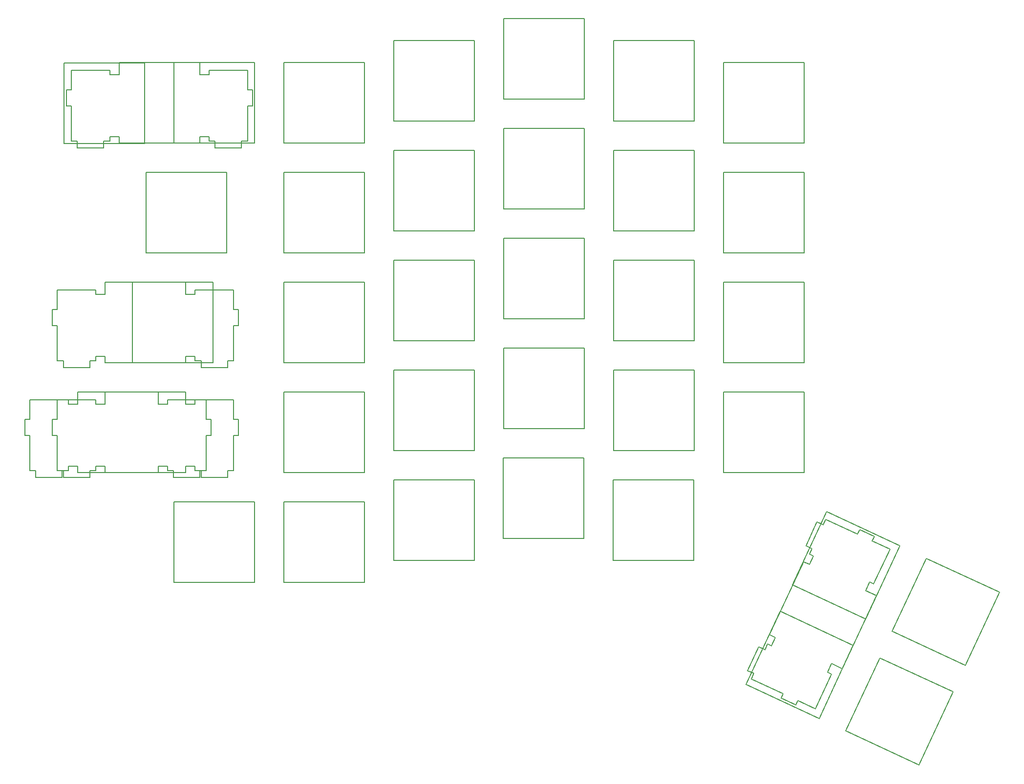
<source format=gbr>
G04 #@! TF.GenerationSoftware,KiCad,Pcbnew,(5.1.5)-3*
G04 #@! TF.CreationDate,2020-06-21T18:11:26+05:30*
G04 #@! TF.ProjectId,ergocape,6572676f-6361-4706-952e-6b696361645f,rev?*
G04 #@! TF.SameCoordinates,Original*
G04 #@! TF.FileFunction,Other,ECO2*
%FSLAX46Y46*%
G04 Gerber Fmt 4.6, Leading zero omitted, Abs format (unit mm)*
G04 Created by KiCad (PCBNEW (5.1.5)-3) date 2020-06-21 18:11:26*
%MOMM*%
%LPD*%
G04 APERTURE LIST*
%ADD10C,0.152400*%
G04 APERTURE END LIST*
D10*
X177983778Y-124246677D02*
X179894456Y-125137641D01*
X178670787Y-122773383D02*
X177983778Y-124246677D01*
X179407434Y-123116887D02*
X178670787Y-122773383D01*
X182219874Y-117085590D02*
X179407434Y-123116887D01*
X179135164Y-115647166D02*
X182219874Y-117085590D01*
X179500138Y-114864479D02*
X179135164Y-115647166D01*
X176967914Y-113683684D02*
X179500138Y-114864479D01*
X176602940Y-114466371D02*
X176967914Y-113683684D01*
X171078088Y-111890090D02*
X176602940Y-114466371D01*
X170637974Y-112833919D02*
X171078088Y-111890090D01*
X169579044Y-112340132D02*
X170637974Y-112833919D01*
X167646833Y-116483771D02*
X169579044Y-112340132D01*
X168705763Y-116977558D02*
X167646833Y-116483771D01*
X168265648Y-117921387D02*
X168705763Y-116977558D01*
X168979275Y-118254157D02*
X168265648Y-117921387D01*
X168292267Y-119727451D02*
X168979275Y-118254157D01*
X167233337Y-119233664D02*
X168292267Y-119727451D01*
X161329360Y-131894783D02*
X167233337Y-119233664D01*
X162388290Y-132388571D02*
X161329360Y-131894783D01*
X161701281Y-133861864D02*
X162388290Y-132388571D01*
X160987655Y-133529095D02*
X161701281Y-133861864D01*
X160547540Y-134472924D02*
X160987655Y-133529095D01*
X159488610Y-133979137D02*
X160547540Y-134472924D01*
X157556399Y-138122776D02*
X159488610Y-133979137D01*
X158615329Y-138616563D02*
X157556399Y-138122776D01*
X158175215Y-139560392D02*
X158615329Y-138616563D01*
X163700067Y-142136673D02*
X158175215Y-139560392D01*
X163335094Y-142919360D02*
X163700067Y-142136673D01*
X165867318Y-144100156D02*
X163335094Y-142919360D01*
X166232291Y-143317468D02*
X165867318Y-144100156D01*
X169317000Y-144755892D02*
X166232291Y-143317468D01*
X172129440Y-138724595D02*
X169317000Y-144755892D01*
X171392793Y-138381091D02*
X172129440Y-138724595D01*
X172079801Y-136907797D02*
X171392793Y-138381091D01*
X173990479Y-137798760D02*
X172079801Y-136907797D01*
X179894456Y-125137641D02*
X173990479Y-137798760D01*
X67310000Y-65722500D02*
X67310000Y-51752500D01*
X53340000Y-65722500D02*
X67310000Y-65722500D01*
X53340000Y-51752500D02*
X53340000Y-65722500D01*
X67310000Y-51752500D02*
X53340000Y-51752500D01*
X62611000Y-34810700D02*
X62611000Y-32702500D01*
X64236600Y-34810700D02*
X62611000Y-34810700D01*
X64236600Y-33997900D02*
X64236600Y-34810700D01*
X70891400Y-33997900D02*
X64236600Y-33997900D01*
X70891400Y-37401500D02*
X70891400Y-33997900D01*
X71755000Y-37401500D02*
X70891400Y-37401500D01*
X71755000Y-40195500D02*
X71755000Y-37401500D01*
X70891400Y-40195500D02*
X71755000Y-40195500D01*
X70891400Y-46291500D02*
X70891400Y-40195500D01*
X69850000Y-46291500D02*
X70891400Y-46291500D01*
X69850000Y-47459900D02*
X69850000Y-46291500D01*
X65278000Y-47459900D02*
X69850000Y-47459900D01*
X65278000Y-46291500D02*
X65278000Y-47459900D01*
X64236600Y-46291500D02*
X65278000Y-46291500D01*
X64236600Y-45504100D02*
X64236600Y-46291500D01*
X62611000Y-45504100D02*
X64236600Y-45504100D01*
X62611000Y-46672500D02*
X62611000Y-45504100D01*
X48641000Y-46672500D02*
X62611000Y-46672500D01*
X48641000Y-45504100D02*
X48641000Y-46672500D01*
X47015400Y-45504100D02*
X48641000Y-45504100D01*
X47015400Y-46291500D02*
X47015400Y-45504100D01*
X45974000Y-46291500D02*
X47015400Y-46291500D01*
X45974000Y-47459900D02*
X45974000Y-46291500D01*
X41402000Y-47459900D02*
X45974000Y-47459900D01*
X41402000Y-46291500D02*
X41402000Y-47459900D01*
X40360600Y-46291500D02*
X41402000Y-46291500D01*
X40360600Y-40195500D02*
X40360600Y-46291500D01*
X39497000Y-40195500D02*
X40360600Y-40195500D01*
X39497000Y-37401500D02*
X39497000Y-40195500D01*
X40360600Y-37401500D02*
X39497000Y-37401500D01*
X40360600Y-33997900D02*
X40360600Y-37401500D01*
X47015400Y-33997900D02*
X40360600Y-33997900D01*
X47015400Y-34810700D02*
X47015400Y-33997900D01*
X48641000Y-34810700D02*
X47015400Y-34810700D01*
X48641000Y-32702500D02*
X48641000Y-34810700D01*
X62611000Y-32702500D02*
X48641000Y-32702500D01*
X55403800Y-91960700D02*
X55403800Y-89852500D01*
X57029400Y-91960700D02*
X55403800Y-91960700D01*
X57029400Y-91147900D02*
X57029400Y-91960700D01*
X63684200Y-91147900D02*
X57029400Y-91147900D01*
X63684200Y-94551500D02*
X63684200Y-91147900D01*
X64547800Y-94551500D02*
X63684200Y-94551500D01*
X64547800Y-97345500D02*
X64547800Y-94551500D01*
X63684200Y-97345500D02*
X64547800Y-97345500D01*
X63684200Y-103441500D02*
X63684200Y-97345500D01*
X62642800Y-103441500D02*
X63684200Y-103441500D01*
X62642800Y-104609900D02*
X62642800Y-103441500D01*
X58070800Y-104609900D02*
X62642800Y-104609900D01*
X58070800Y-103441500D02*
X58070800Y-104609900D01*
X57029400Y-103441500D02*
X58070800Y-103441500D01*
X57029400Y-102654100D02*
X57029400Y-103441500D01*
X55403800Y-102654100D02*
X57029400Y-102654100D01*
X55403800Y-103822500D02*
X55403800Y-102654100D01*
X41433800Y-103822500D02*
X55403800Y-103822500D01*
X41433800Y-102654100D02*
X41433800Y-103822500D01*
X39808200Y-102654100D02*
X41433800Y-102654100D01*
X39808200Y-103441500D02*
X39808200Y-102654100D01*
X38766800Y-103441500D02*
X39808200Y-103441500D01*
X38766800Y-104609900D02*
X38766800Y-103441500D01*
X34194800Y-104609900D02*
X38766800Y-104609900D01*
X34194800Y-103441500D02*
X34194800Y-104609900D01*
X33153400Y-103441500D02*
X34194800Y-103441500D01*
X33153400Y-97345500D02*
X33153400Y-103441500D01*
X32289800Y-97345500D02*
X33153400Y-97345500D01*
X32289800Y-94551500D02*
X32289800Y-97345500D01*
X33153400Y-94551500D02*
X32289800Y-94551500D01*
X33153400Y-91147900D02*
X33153400Y-94551500D01*
X39808200Y-91147900D02*
X33153400Y-91147900D01*
X39808200Y-91960700D02*
X39808200Y-91147900D01*
X41433800Y-91960700D02*
X39808200Y-91960700D01*
X41433800Y-89852500D02*
X41433800Y-91960700D01*
X55403800Y-89852500D02*
X41433800Y-89852500D01*
X77152500Y-46672500D02*
X77152500Y-32702500D01*
X91122500Y-46672500D02*
X77152500Y-46672500D01*
X91122500Y-32702500D02*
X91122500Y-46672500D01*
X77152500Y-32702500D02*
X91122500Y-32702500D01*
X174569360Y-148578783D02*
X180473337Y-135917664D01*
X187230479Y-154482760D02*
X174569360Y-148578783D01*
X193134456Y-141821641D02*
X187230479Y-154482760D01*
X180473337Y-135917664D02*
X193134456Y-141821641D01*
X96203000Y-42862500D02*
X96203000Y-28892500D01*
X110173000Y-42862500D02*
X96203000Y-42862500D01*
X110173000Y-28892500D02*
X110173000Y-42862500D01*
X96203000Y-28892500D02*
X110173000Y-28892500D01*
X115253000Y-39052500D02*
X115253000Y-25082500D01*
X129223000Y-39052500D02*
X115253000Y-39052500D01*
X129223000Y-25082500D02*
X129223000Y-39052500D01*
X115253000Y-25082500D02*
X129223000Y-25082500D01*
X134303000Y-42862500D02*
X134303000Y-28892500D01*
X148273000Y-42862500D02*
X134303000Y-42862500D01*
X148273000Y-28892500D02*
X148273000Y-42862500D01*
X134303000Y-28892500D02*
X148273000Y-28892500D01*
X153353000Y-46672500D02*
X153353000Y-32702500D01*
X167323000Y-46672500D02*
X153353000Y-46672500D01*
X167323000Y-32702500D02*
X167323000Y-46672500D01*
X153353000Y-32702500D02*
X167323000Y-32702500D01*
X77152500Y-84772500D02*
X77152500Y-70802500D01*
X91122500Y-84772500D02*
X77152500Y-84772500D01*
X91122500Y-70802500D02*
X91122500Y-84772500D01*
X77152500Y-70802500D02*
X91122500Y-70802500D01*
X77152500Y-122873000D02*
X77152500Y-108903000D01*
X91122500Y-122873000D02*
X77152500Y-122873000D01*
X91122500Y-108903000D02*
X91122500Y-122873000D01*
X77152500Y-108903000D02*
X91122500Y-108903000D01*
X153353000Y-103822500D02*
X153353000Y-89852500D01*
X167323000Y-103822500D02*
X153353000Y-103822500D01*
X167323000Y-89852500D02*
X167323000Y-103822500D01*
X153353000Y-89852500D02*
X167323000Y-89852500D01*
X115189000Y-115189000D02*
X115189000Y-101219000D01*
X129159000Y-115189000D02*
X115189000Y-115189000D01*
X129159000Y-101219000D02*
X129159000Y-115189000D01*
X115189000Y-101219000D02*
X129159000Y-101219000D01*
X134239000Y-118999000D02*
X134239000Y-105029000D01*
X148209000Y-118999000D02*
X134239000Y-118999000D01*
X148209000Y-105029000D02*
X148209000Y-118999000D01*
X134239000Y-105029000D02*
X148209000Y-105029000D01*
X115253000Y-96202500D02*
X115253000Y-82232500D01*
X129223000Y-96202500D02*
X115253000Y-96202500D01*
X129223000Y-82232500D02*
X129223000Y-96202500D01*
X115253000Y-82232500D02*
X129223000Y-82232500D01*
X50958800Y-84772500D02*
X50958800Y-70802500D01*
X64928800Y-84772500D02*
X50958800Y-84772500D01*
X64928800Y-70802500D02*
X64928800Y-84772500D01*
X50958800Y-70802500D02*
X64928800Y-70802500D01*
X58102500Y-122873000D02*
X58102500Y-108903000D01*
X72072500Y-122873000D02*
X58102500Y-122873000D01*
X72072500Y-108903000D02*
X72072500Y-122873000D01*
X58102500Y-108903000D02*
X72072500Y-108903000D01*
X115253000Y-77152500D02*
X115253000Y-63182500D01*
X129223000Y-77152500D02*
X115253000Y-77152500D01*
X129223000Y-63182500D02*
X129223000Y-77152500D01*
X115253000Y-63182500D02*
X129223000Y-63182500D01*
X115253000Y-58102500D02*
X115253000Y-44132500D01*
X129223000Y-58102500D02*
X115253000Y-58102500D01*
X129223000Y-44132500D02*
X129223000Y-58102500D01*
X115253000Y-44132500D02*
X129223000Y-44132500D01*
X60166200Y-72910700D02*
X60166200Y-70802500D01*
X61791800Y-72910700D02*
X60166200Y-72910700D01*
X61791800Y-72097900D02*
X61791800Y-72910700D01*
X68446600Y-72097900D02*
X61791800Y-72097900D01*
X68446600Y-75501500D02*
X68446600Y-72097900D01*
X69310200Y-75501500D02*
X68446600Y-75501500D01*
X69310200Y-78295500D02*
X69310200Y-75501500D01*
X68446600Y-78295500D02*
X69310200Y-78295500D01*
X68446600Y-84391500D02*
X68446600Y-78295500D01*
X67405200Y-84391500D02*
X68446600Y-84391500D01*
X67405200Y-85559900D02*
X67405200Y-84391500D01*
X62833200Y-85559900D02*
X67405200Y-85559900D01*
X62833200Y-84391500D02*
X62833200Y-85559900D01*
X61791800Y-84391500D02*
X62833200Y-84391500D01*
X61791800Y-83604100D02*
X61791800Y-84391500D01*
X60166200Y-83604100D02*
X61791800Y-83604100D01*
X60166200Y-84772500D02*
X60166200Y-83604100D01*
X46196200Y-84772500D02*
X60166200Y-84772500D01*
X46196200Y-83604100D02*
X46196200Y-84772500D01*
X44570600Y-83604100D02*
X46196200Y-83604100D01*
X44570600Y-84391500D02*
X44570600Y-83604100D01*
X43529200Y-84391500D02*
X44570600Y-84391500D01*
X43529200Y-85559900D02*
X43529200Y-84391500D01*
X38957200Y-85559900D02*
X43529200Y-85559900D01*
X38957200Y-84391500D02*
X38957200Y-85559900D01*
X37915800Y-84391500D02*
X38957200Y-84391500D01*
X37915800Y-78295500D02*
X37915800Y-84391500D01*
X37052200Y-78295500D02*
X37915800Y-78295500D01*
X37052200Y-75501500D02*
X37052200Y-78295500D01*
X37915800Y-75501500D02*
X37052200Y-75501500D01*
X37915800Y-72097900D02*
X37915800Y-75501500D01*
X44570600Y-72097900D02*
X37915800Y-72097900D01*
X44570600Y-72910700D02*
X44570600Y-72097900D01*
X46196200Y-72910700D02*
X44570600Y-72910700D01*
X46196200Y-70802500D02*
X46196200Y-72910700D01*
X60166200Y-70802500D02*
X46196200Y-70802500D01*
X58102500Y-46672500D02*
X58102500Y-32702500D01*
X72072500Y-46672500D02*
X58102500Y-46672500D01*
X72072500Y-32702500D02*
X72072500Y-46672500D01*
X58102500Y-32702500D02*
X72072500Y-32702500D01*
X134303000Y-80962500D02*
X134303000Y-66992500D01*
X148273000Y-80962500D02*
X134303000Y-80962500D01*
X148273000Y-66992500D02*
X148273000Y-80962500D01*
X134303000Y-66992500D02*
X148273000Y-66992500D01*
X153353000Y-84772500D02*
X153353000Y-70802500D01*
X167323000Y-84772500D02*
X153353000Y-84772500D01*
X167323000Y-70802500D02*
X167323000Y-84772500D01*
X153353000Y-70802500D02*
X167323000Y-70802500D01*
X77152500Y-65722500D02*
X77152500Y-51752500D01*
X91122500Y-65722500D02*
X77152500Y-65722500D01*
X91122500Y-51752500D02*
X91122500Y-65722500D01*
X77152500Y-51752500D02*
X91122500Y-51752500D01*
X134303000Y-61912500D02*
X134303000Y-47942500D01*
X148273000Y-61912500D02*
X134303000Y-61912500D01*
X148273000Y-47942500D02*
X148273000Y-61912500D01*
X134303000Y-47942500D02*
X148273000Y-47942500D01*
X96203000Y-80962500D02*
X96203000Y-66992500D01*
X110173000Y-80962500D02*
X96203000Y-80962500D01*
X110173000Y-66992500D02*
X110173000Y-80962500D01*
X96203000Y-66992500D02*
X110173000Y-66992500D01*
X46196200Y-91960700D02*
X46196200Y-89852500D01*
X44570600Y-91960700D02*
X46196200Y-91960700D01*
X44570600Y-91147900D02*
X44570600Y-91960700D01*
X37915800Y-91147900D02*
X44570600Y-91147900D01*
X37915800Y-94551500D02*
X37915800Y-91147900D01*
X37052200Y-94551500D02*
X37915800Y-94551500D01*
X37052200Y-97345500D02*
X37052200Y-94551500D01*
X37915800Y-97345500D02*
X37052200Y-97345500D01*
X37915800Y-103441500D02*
X37915800Y-97345500D01*
X38957200Y-103441500D02*
X37915800Y-103441500D01*
X38957200Y-104609900D02*
X38957200Y-103441500D01*
X43529200Y-104609900D02*
X38957200Y-104609900D01*
X43529200Y-103441500D02*
X43529200Y-104609900D01*
X44570600Y-103441500D02*
X43529200Y-103441500D01*
X44570600Y-102654100D02*
X44570600Y-103441500D01*
X46196200Y-102654100D02*
X44570600Y-102654100D01*
X46196200Y-103822500D02*
X46196200Y-102654100D01*
X60166200Y-103822500D02*
X46196200Y-103822500D01*
X60166200Y-102654100D02*
X60166200Y-103822500D01*
X61791800Y-102654100D02*
X60166200Y-102654100D01*
X61791800Y-103441500D02*
X61791800Y-102654100D01*
X62833200Y-103441500D02*
X61791800Y-103441500D01*
X62833200Y-104609900D02*
X62833200Y-103441500D01*
X67405200Y-104609900D02*
X62833200Y-104609900D01*
X67405200Y-103441500D02*
X67405200Y-104609900D01*
X68446600Y-103441500D02*
X67405200Y-103441500D01*
X68446600Y-97345500D02*
X68446600Y-103441500D01*
X69310200Y-97345500D02*
X68446600Y-97345500D01*
X69310200Y-94551500D02*
X69310200Y-97345500D01*
X68446600Y-94551500D02*
X69310200Y-94551500D01*
X68446600Y-91147900D02*
X68446600Y-94551500D01*
X61791800Y-91147900D02*
X68446600Y-91147900D01*
X61791800Y-91960700D02*
X61791800Y-91147900D01*
X60166200Y-91960700D02*
X61791800Y-91960700D01*
X60166200Y-89852500D02*
X60166200Y-91960700D01*
X46196200Y-89852500D02*
X60166200Y-89852500D01*
X153353000Y-65722500D02*
X153353000Y-51752500D01*
X167323000Y-65722500D02*
X153353000Y-65722500D01*
X167323000Y-51752500D02*
X167323000Y-65722500D01*
X153353000Y-51752500D02*
X167323000Y-51752500D01*
X182619360Y-131313783D02*
X188523337Y-118652664D01*
X195280479Y-137217760D02*
X182619360Y-131313783D01*
X201184456Y-124556641D02*
X195280479Y-137217760D01*
X188523337Y-118652664D02*
X201184456Y-124556641D01*
X134303000Y-100012500D02*
X134303000Y-86042500D01*
X148273000Y-100012500D02*
X134303000Y-100012500D01*
X148273000Y-86042500D02*
X148273000Y-100012500D01*
X134303000Y-86042500D02*
X148273000Y-86042500D01*
X96203000Y-61912500D02*
X96203000Y-47942500D01*
X110173000Y-61912500D02*
X96203000Y-61912500D01*
X110173000Y-47942500D02*
X110173000Y-61912500D01*
X96203000Y-47942500D02*
X110173000Y-47942500D01*
X96203000Y-119063000D02*
X96203000Y-105093000D01*
X110173000Y-119063000D02*
X96203000Y-119063000D01*
X110173000Y-105093000D02*
X110173000Y-119063000D01*
X96203000Y-105093000D02*
X110173000Y-105093000D01*
X96203000Y-100012500D02*
X96203000Y-86042500D01*
X110173000Y-100012500D02*
X96203000Y-100012500D01*
X110173000Y-86042500D02*
X110173000Y-100012500D01*
X96203000Y-86042500D02*
X110173000Y-86042500D01*
X77152500Y-103822500D02*
X77152500Y-89852500D01*
X91122500Y-103822500D02*
X77152500Y-103822500D01*
X91122500Y-89852500D02*
X91122500Y-103822500D01*
X77152500Y-89852500D02*
X91122500Y-89852500D01*
X165342361Y-123250783D02*
X171246338Y-110589664D01*
X178003480Y-129154760D02*
X165342361Y-123250783D01*
X183907457Y-116493641D02*
X178003480Y-129154760D01*
X171246338Y-110589664D02*
X183907457Y-116493641D01*
X175856456Y-133758641D02*
X169952479Y-146419760D01*
X163195337Y-127854664D02*
X175856456Y-133758641D01*
X157291360Y-140515783D02*
X163195337Y-127854664D01*
X169952479Y-146419760D02*
X157291360Y-140515783D01*
X39065200Y-46685200D02*
X39065200Y-32715200D01*
X53035200Y-46685200D02*
X39065200Y-46685200D01*
X53035200Y-32715200D02*
X53035200Y-46685200D01*
X39065200Y-32715200D02*
X53035200Y-32715200D01*
M02*

</source>
